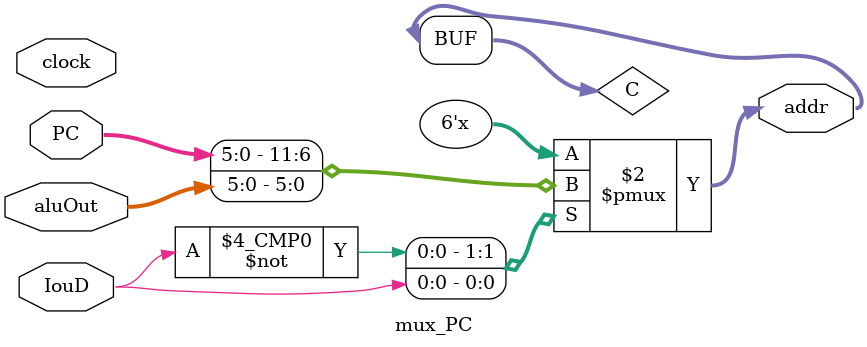
<source format=v>
module mux_PC (clock, PC, aluOut, addr, IouD);
	input clock;
	input [5:0] PC;
	input [15:0] aluOut;
	input IouD;
	
	output [5:0] addr;
	
	reg [5:0] C;
	
	
	always@(clock or aluOut or IouD or PC)begin
	  case(IouD)
	    1'b0: C = PC;
	    1'b1: C = aluOut[5:0];
	  endcase 
	end
	
	assign addr = C;
	
endmodule

</source>
